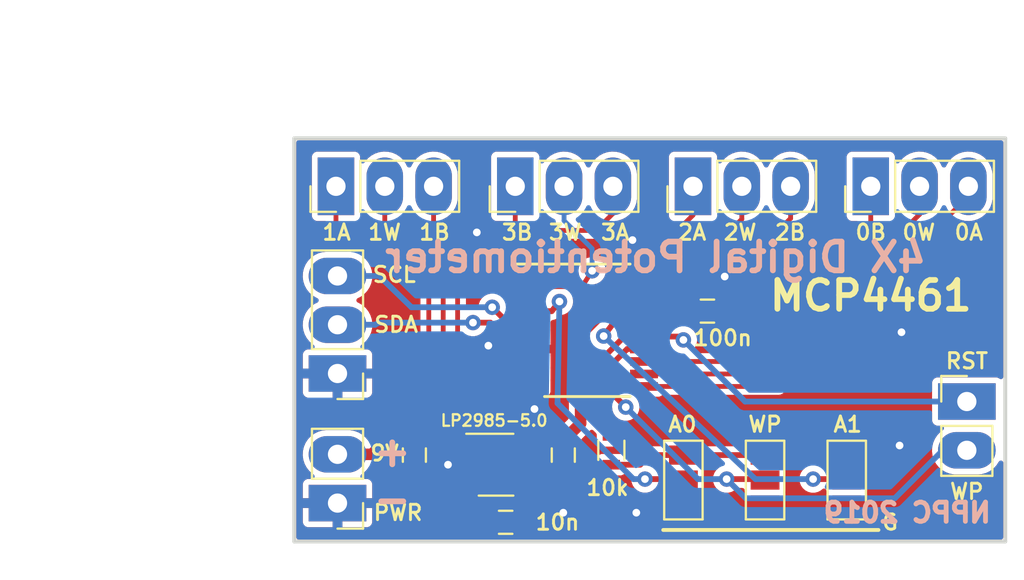
<source format=kicad_pcb>
(kicad_pcb (version 20221018) (generator pcbnew)
  (layers (0 "F.Cu" signal) (31 "B.Cu" signal) (34 "B.Paste" user) (35 "F.Paste" user) (36 "B.SilkS" user "B.Silkscreen") (37 "F.SilkS" user "F.Silkscreen") (38 "B.Mask" user) (39 "F.Mask" user) (44 "Edge.Cuts" user))
  (net 0 "")
  (net 1 "+9V")
  (net 2 "GND")
  (net 3 "Net-(C2-Pad1)")
  (net 4 "VCC")
  (net 5 "/SCL")
  (net 6 "/SDA")
  (net 7 "Net-(J2-Pad3)")
  (net 8 "Net-(J2-Pad2)")
  (net 9 "Net-(J2-Pad1)")
  (net 10 "Net-(J3-Pad3)")
  (net 11 "Net-(J3-Pad2)")
  (net 12 "Net-(J3-Pad1)")
  (net 13 "Net-(J4-Pad1)")
  (net 14 "Net-(J4-Pad2)")
  (net 15 "Net-(J4-Pad3)")
  (net 16 "Net-(J5-Pad1)")
  (net 17 "Net-(J5-Pad2)")
  (net 18 "Net-(J5-Pad3)")
  (net 19 "/WP")
  (net 20 "/RST")
  (net 21 "/A0")
  (net 22 "/A1")
  (footprint "Capacitors_SMD:C_0603" (layer "F.Cu") (at 129.25 54.5 -90)
    (fp_text reference "C1" hide)
    (fp_text value "2uf")
    (fp_line (start -0.35 -0.6) (end 0.35 -0.6) (stroke (width 0.12)) (layer "F.SilkS"))
    (fp_line (start 0.35 0.6) (end -0.35 0.6) (stroke (width 0.12)) (layer "F.SilkS"))
    (pad "1" smd rect (at -0.75 0 270) (size 0.8 0.75) (layers "F.Cu" "F.Paste" "F.Mask") (net 1 "+9V"))
    (pad "2" smd rect (at 0.75 0 270) (size 0.8 0.75) (layers "F.Cu" "F.Paste" "F.Mask") (net 2 "GND"))
  )
  (footprint "Capacitors_SMD:C_0603" (layer "F.Cu") (at 134 58 180)
    (fp_text reference "C2" hide)
    (fp_text value "10n" (at -2.7 0 180) (layer "F.SilkS") (effects (font (size 0.8 0.8))))
    (fp_line (start -0.35 -0.6) (end 0.35 -0.6) (stroke (width 0.12)) (layer "F.SilkS"))
    (fp_line (start 0.35 0.6) (end -0.35 0.6) (stroke (width 0.12)) (layer "F.SilkS"))
    (pad "1" smd rect (at -0.75 0 180) (size 0.8 0.75) (layers "F.Cu" "F.Paste" "F.Mask") (net 3 "Net-(C2-Pad1)"))
    (pad "2" smd rect (at 0.75 0 180) (size 0.8 0.75) (layers "F.Cu" "F.Paste" "F.Mask") (net 2 "GND"))
  )
  (footprint "KiCadCustomLibs:Conn_1x03_2.54mm" (layer "F.Cu") (at 125.25 50.25 180)
    (fp_text reference "J1" hide)
    (fp_text value "i2c" hide)
    (fp_line (start -1.33 -1.33) (end 0 -1.33) (stroke (width 0.12)) (layer "F.SilkS"))
    (fp_line (start -1.33 0) (end -1.33 -1.33) (stroke (width 0.12)) (layer "F.SilkS"))
    (fp_line (start -1.33 1.27) (end -1.33 6.41) (stroke (width 0.12)) (layer "F.SilkS"))
    (fp_line (start -1.33 1.27) (end 1.33 1.27) (stroke (width 0.12)) (layer "F.SilkS"))
    (fp_line (start -1.33 6.41) (end 1.33 6.41) (stroke (width 0.12)) (layer "F.SilkS"))
    (fp_line (start 1.33 1.27) (end 1.33 6.41) (stroke (width 0.12)) (layer "F.SilkS"))
    (pad "1" thru_hole rect (at 0 0 180) (size 3 1.9) (drill 1) (layers "*.Cu" "*.Mask") (net 2 "GND"))
    (pad "2" thru_hole oval (at 0 2.54 180) (size 3 1.9) (drill 1) (layers "*.Cu" "*.Mask") (net 6 "/SDA"))
    (pad "3" thru_hole oval (at 0 5.08 180) (size 3 1.9) (drill 1) (layers "*.Cu" "*.Mask") (net 5 "/SCL"))
  )
  (footprint "KiCadCustomLibs:Conn_1x02_2.54mm" (layer "F.Cu") (at 158 51.71)
    (fp_text reference "J6" hide)
    (fp_text value "Conn_01x02" hide)
    (fp_line (start -1.33 -1.33) (end 0 -1.33) (stroke (width 0.12)) (layer "F.SilkS"))
    (fp_line (start -1.33 0) (end -1.33 -1.33) (stroke (width 0.12)) (layer "F.SilkS"))
    (fp_line (start -1.33 1.27) (end -1.33 3.87) (stroke (width 0.12)) (layer "F.SilkS"))
    (fp_line (start -1.33 1.27) (end 1.33 1.27) (stroke (width 0.12)) (layer "F.SilkS"))
    (fp_line (start -1.33 3.87) (end 1.33 3.87) (stroke (width 0.12)) (layer "F.SilkS"))
    (fp_line (start 1.33 1.27) (end 1.33 3.87) (stroke (width 0.12)) (layer "F.SilkS"))
    (pad "1" thru_hole rect (at 0 0) (size 3 1.9) (drill 1) (layers "*.Cu" "*.Mask") (net 20 "/RST"))
    (pad "2" thru_hole oval (at 0 2.54) (size 3 1.9) (drill 1) (layers "*.Cu" "*.Mask") (net 19 "/WP"))
  )
  (footprint "KiCadCustomLibs:Conn_1x02_2.54mm" (layer "F.Cu") (at 125.25 57 180)
    (fp_text reference "J7" hide)
    (fp_text value "PWR" hide)
    (fp_line (start -1.33 -1.33) (end 0 -1.33) (stroke (width 0.12)) (layer "F.SilkS"))
    (fp_line (start -1.33 0) (end -1.33 -1.33) (stroke (width 0.12)) (layer "F.SilkS"))
    (fp_line (start -1.33 1.27) (end -1.33 3.87) (stroke (width 0.12)) (layer "F.SilkS"))
    (fp_line (start -1.33 1.27) (end 1.33 1.27) (stroke (width 0.12)) (layer "F.SilkS"))
    (fp_line (start -1.33 3.87) (end 1.33 3.87) (stroke (width 0.12)) (layer "F.SilkS"))
    (fp_line (start 1.33 1.27) (end 1.33 3.87) (stroke (width 0.12)) (layer "F.SilkS"))
    (pad "1" thru_hole rect (at 0 0 180) (size 3 1.9) (drill 1) (layers "*.Cu" "*.Mask") (net 2 "GND"))
    (pad "2" thru_hole oval (at 0 2.54 180) (size 3 1.9) (drill 1) (layers "*.Cu" "*.Mask") (net 1 "+9V"))
  )
  (footprint "TO_SOT_Packages_SMD:SOT-23-5" (layer "F.Cu") (at 133.5 55)
    (fp_text reference "U1" hide)
    (fp_text value "LP2985-5.0" (at -0.1 -2.3) (layer "F.SilkS") (effects (font (size 0.6 0.6) (thickness 0.12))))
    (fp_line (start -0.9 1.61) (end 0.9 1.61) (stroke (width 0.12)) (layer "F.SilkS"))
    (fp_line (start 0.9 -1.61) (end -1.55 -1.61) (stroke (width 0.12)) (layer "F.SilkS"))
    (pad "1" smd rect (at -1.1 -0.95) (size 1.06 0.65) (layers "F.Cu" "F.Paste" "F.Mask") (net 1 "+9V"))
    (pad "2" smd rect (at -1.1 0) (size 1.06 0.65) (layers "F.Cu" "F.Paste" "F.Mask") (net 2 "GND"))
    (pad "3" smd rect (at -1.1 0.95) (size 1.06 0.65) (layers "F.Cu" "F.Paste" "F.Mask") (net 1 "+9V"))
    (pad "4" smd rect (at 1.1 0.95) (size 1.06 0.65) (layers "F.Cu" "F.Paste" "F.Mask") (net 3 "Net-(C2-Pad1)"))
    (pad "5" smd rect (at 1.1 -0.95) (size 1.06 0.65) (layers "F.Cu" "F.Paste" "F.Mask") (net 4 "VCC"))
  )
  (footprint "Housings_SSOP:TSSOP-20_4.4x6.5mm_Pitch0.65mm" (layer "F.Cu") (at 138.25 48)
    (fp_text reference "U2" hide)
    (fp_text value "IC20")
    (fp_line (start -3.75 -3.45) (end 2.225 -3.45) (stroke (width 0.15)) (layer "F.SilkS"))
    (fp_line (start -2.225 3.45) (end 2.225 3.45) (stroke (width 0.15)) (layer "F.SilkS"))
    (pad "1" smd rect (at -2.95 -2.925) (size 1.45 0.45) (layers "F.Cu" "F.Paste" "F.Mask") (net 7 "Net-(J2-Pad3)"))
    (pad "2" smd rect (at -2.95 -2.275) (size 1.45 0.45) (layers "F.Cu" "F.Paste" "F.Mask") (net 8 "Net-(J2-Pad2)"))
    (pad "3" smd rect (at -2.95 -1.625) (size 1.45 0.45) (layers "F.Cu" "F.Paste" "F.Mask") (net 9 "Net-(J2-Pad1)"))
    (pad "4" smd rect (at -2.95 -0.975) (size 1.45 0.45) (layers "F.Cu" "F.Paste" "F.Mask") (net 21 "/A0"))
    (pad "5" smd rect (at -2.95 -0.325) (size 1.45 0.45) (layers "F.Cu" "F.Paste" "F.Mask") (net 5 "/SCL"))
    (pad "6" smd rect (at -2.95 0.325) (size 1.45 0.45) (layers "F.Cu" "F.Paste" "F.Mask") (net 6 "/SDA"))
    (pad "7" smd rect (at -2.95 0.975) (size 1.45 0.45) (layers "F.Cu" "F.Paste" "F.Mask") (net 2 "GND"))
    (pad "8" smd rect (at -2.95 1.625) (size 1.45 0.45) (layers "F.Cu" "F.Paste" "F.Mask") (net 10 "Net-(J3-Pad3)"))
    (pad "9" smd rect (at -2.95 2.275) (size 1.45 0.45) (layers "F.Cu" "F.Paste" "F.Mask") (net 11 "Net-(J3-Pad2)"))
    (pad "10" smd rect (at -2.95 2.925) (size 1.45 0.45) (layers "F.Cu" "F.Paste" "F.Mask") (net 12 "Net-(J3-Pad1)"))
    (pad "11" smd rect (at 2.95 2.925) (size 1.45 0.45) (layers "F.Cu" "F.Paste" "F.Mask") (net 18 "Net-(J5-Pad3)"))
    (pad "12" smd rect (at 2.95 2.275) (size 1.45 0.45) (layers "F.Cu" "F.Paste" "F.Mask") (net 17 "Net-(J5-Pad2)"))
    (pad "13" smd rect (at 2.95 1.625) (size 1.45 0.45) (layers "F.Cu" "F.Paste" "F.Mask") (net 16 "Net-(J5-Pad1)"))
    (pad "14" smd rect (at 2.95 0.975) (size 1.45 0.45) (layers "F.Cu" "F.Paste" "F.Mask") (net 19 "/WP"))
    (pad "15" smd rect (at 2.95 0.325) (size 1.45 0.45) (layers "F.Cu" "F.Paste" "F.Mask") (net 20 "/RST"))
    (pad "16" smd rect (at 2.95 -0.325) (size 1.45 0.45) (layers "F.Cu" "F.Paste" "F.Mask") (net 22 "/A1"))
    (pad "17" smd rect (at 2.95 -0.975) (size 1.45 0.45) (layers "F.Cu" "F.Paste" "F.Mask") (net 4 "VCC"))
    (pad "18" smd rect (at 2.95 -1.625) (size 1.45 0.45) (layers "F.Cu" "F.Paste" "F.Mask") (net 15 "Net-(J4-Pad3)"))
    (pad "19" smd rect (at 2.95 -2.275) (size 1.45 0.45) (layers "F.Cu" "F.Paste" "F.Mask") (net 14 "Net-(J4-Pad2)"))
    (pad "20" smd rect (at 2.95 -2.925) (size 1.45 0.45) (layers "F.Cu" "F.Paste" "F.Mask") (net 13 "Net-(J4-Pad1)"))
  )
  (footprint "Capacitors_SMD:C_0603" (layer "F.Cu") (at 137 54.5 -90)
    (fp_text reference "C3" hide)
    (fp_text value "10uf")
    (fp_line (start -0.35 -0.6) (end 0.35 -0.6) (stroke (width 0.12)) (layer "F.SilkS"))
    (fp_line (start 0.35 0.6) (end -0.35 0.6) (stroke (width 0.12)) (layer "F.SilkS"))
    (pad "1" smd rect (at -0.75 0 270) (size 0.8 0.75) (layers "F.Cu" "F.Paste" "F.Mask") (net 4 "VCC"))
    (pad "2" smd rect (at 0.75 0 270) (size 0.8 0.75) (layers "F.Cu" "F.Paste" "F.Mask") (net 2 "GND"))
  )
  (footprint "KiCadCustomLibs:Conn_1x03_2.54mm" (layer "F.Cu") (at 125.17 40.5 90)
    (fp_text reference "J3" hide)
    (fp_text value "1" hide)
    (fp_line (start -1.33 -1.33) (end 0 -1.33) (stroke (width 0.12)) (layer "F.SilkS"))
    (fp_line (start -1.33 0) (end -1.33 -1.33) (stroke (width 0.12)) (layer "F.SilkS"))
    (fp_line (start -1.33 1.27) (end -1.33 6.41) (stroke (width 0.12)) (layer "F.SilkS"))
    (fp_line (start -1.33 1.27) (end 1.33 1.27) (stroke (width 0.12)) (layer "F.SilkS"))
    (fp_line (start -1.33 6.41) (end 1.33 6.41) (stroke (width 0.12)) (layer "F.SilkS"))
    (fp_line (start 1.33 1.27) (end 1.33 6.41) (stroke (width 0.12)) (layer "F.SilkS"))
    (pad "1" thru_hole rect (at 0 0 90) (size 3 1.9) (drill 1) (layers "*.Cu" "*.Mask") (net 12 "Net-(J3-Pad1)"))
    (pad "2" thru_hole oval (at 0 2.54 90) (size 3 1.9) (drill 1) (layers "*.Cu" "*.Mask") (net 11 "Net-(J3-Pad2)"))
    (pad "3" thru_hole oval (at 0 5.08 90) (size 3 1.9) (drill 1) (layers "*.Cu" "*.Mask") (net 10 "Net-(J3-Pad3)"))
  )
  (footprint "KiCadCustomLibs:Conn_1x03_2.54mm" (layer "F.Cu") (at 134.5 40.5 90)
    (fp_text reference "J2" hide)
    (fp_text value "3" hide)
    (fp_line (start -1.33 -1.33) (end 0 -1.33) (stroke (width 0.12)) (layer "F.SilkS"))
    (fp_line (start -1.33 0) (end -1.33 -1.33) (stroke (width 0.12)) (layer "F.SilkS"))
    (fp_line (start -1.33 1.27) (end -1.33 6.41) (stroke (width 0.12)) (layer "F.SilkS"))
    (fp_line (start -1.33 1.27) (end 1.33 1.27) (stroke (width 0.12)) (layer "F.SilkS"))
    (fp_line (start -1.33 6.41) (end 1.33 6.41) (stroke (width 0.12)) (layer "F.SilkS"))
    (fp_line (start 1.33 1.27) (end 1.33 6.41) (stroke (width 0.12)) (layer "F.SilkS"))
    (pad "1" thru_hole rect (at 0 0 90) (size 3 1.9) (drill 1) (layers "*.Cu" "*.Mask") (net 9 "Net-(J2-Pad1)"))
    (pad "2" thru_hole oval (at 0 2.54 90) (size 3 1.9) (drill 1) (layers "*.Cu" "*.Mask") (net 8 "Net-(J2-Pad2)"))
    (pad "3" thru_hole oval (at 0 5.08 90) (size 3 1.9) (drill 1) (layers "*.Cu" "*.Mask") (net 7 "Net-(J2-Pad3)"))
  )
  (footprint "KiCadCustomLibs:Conn_1x03_2.54mm" (layer "F.Cu") (at 153 40.5 90)
    (fp_text reference "J5" hide)
    (fp_text value "0" hide)
    (fp_line (start -1.33 -1.33) (end 0 -1.33) (stroke (width 0.12)) (layer "F.SilkS"))
    (fp_line (start -1.33 0) (end -1.33 -1.33) (stroke (width 0.12)) (layer "F.SilkS"))
    (fp_line (start -1.33 1.27) (end -1.33 6.41) (stroke (width 0.12)) (layer "F.SilkS"))
    (fp_line (start -1.33 1.27) (end 1.33 1.27) (stroke (width 0.12)) (layer "F.SilkS"))
    (fp_line (start -1.33 6.41) (end 1.33 6.41) (stroke (width 0.12)) (layer "F.SilkS"))
    (fp_line (start 1.33 1.27) (end 1.33 6.41) (stroke (width 0.12)) (layer "F.SilkS"))
    (pad "1" thru_hole rect (at 0 0 90) (size 3 1.9) (drill 1) (layers "*.Cu" "*.Mask") (net 16 "Net-(J5-Pad1)"))
    (pad "2" thru_hole oval (at 0 2.54 90) (size 3 1.9) (drill 1) (layers "*.Cu" "*.Mask") (net 17 "Net-(J5-Pad2)"))
    (pad "3" thru_hole oval (at 0 5.08 90) (size 3 1.9) (drill 1) (layers "*.Cu" "*.Mask") (net 18 "Net-(J5-Pad3)"))
  )
  (footprint "KiCadCustomLibs:Conn_1x03_2.54mm" (layer "F.Cu") (at 143.75 40.5 90)
    (fp_text reference "J4" hide)
    (fp_text value "2" hide)
    (fp_line (start -1.33 -1.33) (end 0 -1.33) (stroke (width 0.12)) (layer "F.SilkS"))
    (fp_line (start -1.33 0) (end -1.33 -1.33) (stroke (width 0.12)) (layer "F.SilkS"))
    (fp_line (start -1.33 1.27) (end -1.33 6.41) (stroke (width 0.12)) (layer "F.SilkS"))
    (fp_line (start -1.33 1.27) (end 1.33 1.27) (stroke (width 0.12)) (layer "F.SilkS"))
    (fp_line (start -1.33 6.41) (end 1.33 6.41) (stroke (width 0.12)) (layer "F.SilkS"))
    (fp_line (start 1.33 1.27) (end 1.33 6.41) (stroke (width 0.12)) (layer "F.SilkS"))
    (pad "1" thru_hole rect (at 0 0 90) (size 3 1.9) (drill 1) (layers "*.Cu" "*.Mask") (net 13 "Net-(J4-Pad1)"))
    (pad "2" thru_hole oval (at 0 2.54 90) (size 3 1.9) (drill 1) (layers "*.Cu" "*.Mask") (net 14 "Net-(J4-Pad2)"))
    (pad "3" thru_hole oval (at 0 5.08 90) (size 3 1.9) (drill 1) (layers "*.Cu" "*.Mask") (net 15 "Net-(J4-Pad3)"))
  )
  (footprint "Resistors_SMD:R_0603" (layer "F.Cu") (at 139.5 54.25 90)
    (fp_text reference "R1" hide)
    (fp_text value "10k" (at -1.95 -0.2 180) (layer "F.SilkS") (effects (font (size 0.8 0.8))))
    (fp_line (start -0.5 -0.68) (end 0.5 -0.68) (stroke (width 0.12)) (layer "F.SilkS"))
    (fp_line (start 0.5 0.68) (end -0.5 0.68) (stroke (width 0.12)) (layer "F.SilkS"))
    (pad "1" smd rect (at -0.75 0 90) (size 0.5 0.9) (layers "F.Cu" "F.Paste" "F.Mask") (net 4 "VCC"))
    (pad "2" smd rect (at 0.75 0 90) (size 0.5 0.9) (layers "F.Cu" "F.Paste" "F.Mask") (net 20 "/RST"))
  )
  (footprint "Capacitors_SMD:C_0603" (layer "F.Cu") (at 144.5 47)
    (fp_text reference "C4" hide)
    (fp_text value "100n" (at 0.8 1.4) (layer "F.SilkS") (effects (font (size 0.8 0.8))))
    (fp_line (start -0.35 -0.6) (end 0.35 -0.6) (stroke (width 0.12)) (layer "F.SilkS"))
    (fp_line (start 0.35 0.6) (end -0.35 0.6) (stroke (width 0.12)) (layer "F.SilkS"))
    (pad "1" smd rect (at -0.75 0) (size 0.8 0.75) (layers "F.Cu" "F.Paste" "F.Mask") (net 4 "VCC"))
    (pad "2" smd rect (at 0.75 0) (size 0.8 0.75) (layers "F.Cu" "F.Paste" "F.Mask") (net 2 "GND"))
  )
  (footprint "Jumper:SolderJumper-3_P1.3mm_Open_Pad1.0x1.5mm_NumberLabels" (layer "F.Cu") (at 151.75 55.8 -90)
    (fp_text reference "JP2" hide)
    (fp_text value "A1")
    (fp_line (start -2.05 -1) (end 2.05 -1) (stroke (width 0.12)) (layer "F.SilkS"))
    (fp_line (start -2.05 1) (end -2.05 -1) (stroke (width 0.12)) (layer "F.SilkS"))
    (fp_line (start 2.05 -1) (end 2.05 1) (stroke (width 0.12)) (layer "F.SilkS"))
    (fp_line (start 2.05 1) (end -2.05 1) (stroke (width 0.12)) (layer "F.SilkS"))
    (pad "1" smd rect (at -1.3 0 270) (size 1 1.5) (layers "F.Cu" "F.Mask") (net 4 "VCC"))
    (pad "2" smd rect (at 0 0 270) (size 1 1.5) (layers "F.Cu" "F.Mask") (net 22 "/A1"))
    (pad "3" smd rect (at 1.3 0 270) (size 1 1.5) (layers "F.Cu" "F.Mask") (net 2 "GND"))
  )
  (footprint "Jumper:SolderJumper-3_P1.3mm_Open_Pad1.0x1.5mm_NumberLabels" (layer "F.Cu") (at 143.25 55.8 -90)
    (fp_text reference "JP1" hide)
    (fp_text value "A0")
    (fp_line (start -2.05 -1) (end 2.05 -1) (stroke (width 0.12)) (layer "F.SilkS"))
    (fp_line (start -2.05 1) (end -2.05 -1) (stroke (width 0.12)) (layer "F.SilkS"))
    (fp_line (start 2.05 -1) (end 2.05 1) (stroke (width 0.12)) (layer "F.SilkS"))
    (fp_line (start 2.05 1) (end -2.05 1) (stroke (width 0.12)) (layer "F.SilkS"))
    (pad "1" smd rect (at -1.3 0 270) (size 1 1.5) (layers "F.Cu" "F.Mask") (net 4 "VCC"))
    (pad "2" smd rect (at 0 0 270) (size 1 1.5) (layers "F.Cu" "F.Mask") (net 21 "/A0"))
    (pad "3" smd rect (at 1.3 0 270) (size 1 1.5) (layers "F.Cu" "F.Mask") (net 2 "GND"))
  )
  (footprint "Jumper:SolderJumper-3_P1.3mm_Open_Pad1.0x1.5mm_NumberLabels" (layer "F.Cu") (at 147.5 55.8 -90)
    (fp_text reference "JP3" hide)
    (fp_text value "WP")
    (fp_line (start -2.05 -1) (end 2.05 -1) (stroke (width 0.12)) (layer "F.SilkS"))
    (fp_line (start -2.05 1) (end -2.05 -1) (stroke (width 0.12)) (layer "F.SilkS"))
    (fp_line (start 2.05 -1) (end 2.05 1) (stroke (width 0.12)) (layer "F.SilkS"))
    (fp_line (start 2.05 1) (end -2.05 1) (stroke (width 0.12)) (layer "F.SilkS"))
    (pad "1" smd rect (at -1.3 0 270) (size 1 1.5) (layers "F.Cu" "F.Mask") (net 4 "VCC"))
    (pad "2" smd rect (at 0 0 270) (size 1 1.5) (layers "F.Cu" "F.Mask") (net 19 "/WP"))
    (pad "3" smd rect (at 1.3 0 270) (size 1 1.5) (layers "F.Cu" "F.Mask") (net 2 "GND"))
  )
  (gr_line (start 142.2 58.4) (end 153.4 58.4) (stroke (width 0.2)) (layer "F.SilkS"))
  (gr_line (start 160 59) (end 160 38) (stroke (width 0.2)) (layer "Edge.Cuts"))
  (gr_line (start 123 59) (end 160 59) (stroke (width 0.2)) (layer "Edge.Cuts"))
  (gr_line (start 123 38) (end 160 38) (stroke (width 0.2)) (layer "Edge.Cuts"))
  (gr_line (start 123 59) (end 123 38) (stroke (width 0.2)) (layer "Edge.Cuts"))
  (gr_text "+" (at 128.1 54.3) (layer "B.SilkS") (effects (font (size 1.5 1.5) (thickness 0.3)) (justify mirror)))
  (gr_text "4X Digital Potentiometer" (at 141.8 44.2) (layer "B.SilkS") (effects (font (size 1.5 1.5) (thickness 0.3)) (justify mirror)))
  (gr_text "NPPC 2019" (at 154.9 57.5) (layer "B.SilkS") (effects (font (size 1 1) (thickness 0.25)) (justify mirror)))
  (gr_text "-" (at 128.1 56.8) (layer "B.SilkS") (effects (font (size 1.5 1.5) (thickness 0.3)) (justify mirror)))
  (gr_text "1W" (at 127.7 42.9) (layer "F.SilkS") (effects (font (size 0.8 0.8))))
  (gr_text "1B" (at 130.3 42.9) (layer "F.SilkS") (effects (font (size 0.8 0.8))))
  (gr_text "3W" (at 137.1 42.9) (layer "F.SilkS") (effects (font (size 0.8 0.8))))
  (gr_text "3B" (at 134.6 42.9) (layer "F.SilkS") (effects (font (size 0.8 0.8))))
  (gr_text "3A" (at 139.7 42.9) (layer "F.SilkS") (effects (font (size 0.8 0.8))))
  (gr_text "2A" (at 143.7 42.9) (layer "F.SilkS") (effects (font (size 0.8 0.8))))
  (gr_text "2W" (at 146.2 42.9) (layer "F.SilkS") (effects (font (size 0.8 0.8))))
  (gr_text "2B" (at 148.8 42.9) (layer "F.SilkS") (effects (font (size 0.8 0.8))))
  (gr_text "0A" (at 158.1 42.9) (layer "F.SilkS") (effects (font (size 0.8 0.8))))
  (gr_text "0B" (at 153 42.9) (layer "F.SilkS") (effects (font (size 0.8 0.8))))
  (gr_text "0W" (at 155.5 42.9) (layer "F.SilkS") (effects (font (size 0.8 0.8))))
  (gr_text "A0" (at 143.2 52.9) (layer "F.SilkS") (effects (font (size 0.8 0.8))))
  (gr_text "WP" (at 147.5 52.9) (layer "F.SilkS") (effects (font (size 0.8 0.8))))
  (gr_text "A1" (at 151.8 52.9) (layer "F.SilkS") (effects (font (size 0.8 0.8))))
  (gr_text "G" (at 154 58) (layer "F.SilkS") (effects (font (size 0.8 0.8))))
  (gr_text "WP" (at 158 56.4) (layer "F.SilkS") (effects (font (size 0.8 0.8))))
  (gr_text "RST" (at 158 49.6) (layer "F.SilkS") (effects (font (size 0.8 0.8))))
  (gr_text "SCL" (at 128.2 45.1) (layer "F.SilkS") (effects (font (size 0.8 0.8))))
  (gr_text "SDA" (at 128.3 47.7) (layer "F.SilkS") (effects (font (size 0.8 0.8))))
  (gr_text "9V" (at 127.7 54.4) (layer "F.SilkS") (effects (font (size 0.8 0.8))))
  (gr_text "PWR" (at 128.4 57.5) (layer "F.SilkS") (effects (font (size 0.8 0.8))))
  (gr_text "1A" (at 125.2 42.9) (layer "F.SilkS") (effects (font (size 0.8 0.8))))
  (gr_text "MCP4461" (at 153 46.2) (layer "F.SilkS") (effects (font (size 1.5 1.5) (thickness 0.3))))
  (segment (start 130.7 55.95) (end 130.25 55.5) (width 0.3) (layer "F.Cu") (net 1))
  (segment (start 125.25 54.46) (end 127.04 54.46) (width 0.6) (layer "F.Cu") (net 1))
  (segment (start 129.25 53.75) (end 130.25 53.75) (width 0.6) (layer "F.Cu") (net 1))
  (segment (start 130.25 53.75) (end 130.75 53.75) (width 0.6) (layer "F.Cu") (net 1))
  (segment (start 130.25 55.5) (end 130.25 53.75) (width 0.3) (layer "F.Cu") (net 1))
  (segment (start 127.04 54.46) (end 127.75 53.75) (width 0.6) (layer "F.Cu") (net 1))
  (segment (start 130.75 53.75) (end 131.05 54.05) (width 0.6) (layer "F.Cu") (net 1))
  (segment (start 127.75 53.75) (end 129.25 53.75) (width 0.6) (layer "F.Cu") (net 1))
  (segment (start 131.05 54.05) (end 132.4 54.05) (width 0.6) (layer "F.Cu") (net 1))
  (segment (start 132.4 55.95) (end 130.7 55.95) (width 0.3) (layer "F.Cu") (net 1))
  (segment (start 153.8 57.1) (end 154.5 56.4) (width 0.25) (layer "F.Cu") (net 2))
  (segment (start 145.25 45.35) (end 145.4 45.2) (width 0.25) (layer "F.Cu") (net 2))
  (segment (start 133.275 48.975) (end 133.1 48.8) (width 0.3) (layer "F.Cu") (net 2))
  (segment (start 135.3 48.975) (end 133.275 48.975) (width 0.3) (layer "F.Cu") (net 2))
  (segment (start 154.6 48.1) (end 154.5 48.2) (width 0.25) (layer "F.Cu") (net 2))
  (segment (start 127.45 50.25) (end 129.3 52.1) (width 0.25) (layer "F.Cu") (net 2))
  (segment (start 154.5 48.2) (end 154.5 54) (width 0.25) (layer "F.Cu") (net 2))
  (segment (start 145.25 47) (end 145.25 45.35) (width 0.25) (layer "F.Cu") (net 2))
  (segment (start 125.25 50.25) (end 127.45 50.25) (width 0.25) (layer "F.Cu") (net 2))
  (segment (start 154.5 56.4) (end 154.5 54) (width 0.25) (layer "F.Cu") (net 2))
  (segment (start 137 55.25) (end 137 57.5) (width 0.25) (layer "F.Cu") (net 2))
  (segment (start 132.4 55) (end 131 55) (width 0.3) (layer "F.Cu") (net 2))
  (segment (start 151.75 57.1) (end 153.8 57.1) (width 0.25) (layer "F.Cu") (net 2))
  (segment (start 129.3 52.1) (end 135.5 52.1) (width 0.25) (layer "F.Cu") (net 2))
  (via (at 132.5 42.9) (size 0.8) (drill 0.4) (layers "F.Cu" "B.Cu") (net 2))
  (via (at 135.5 52.1) (size 0.8) (drill 0.4) (layers "F.Cu" "B.Cu") (net 2))
  (via (at 133.1 48.8) (size 0.8) (drill 0.4) (layers "F.Cu" "B.Cu") (net 2))
  (via (at 137 57.5) (size 0.8) (drill 0.4) (layers "F.Cu" "B.Cu") (net 2))
  (via (at 140.8 57.5) (size 0.8) (drill 0.4) (layers "F.Cu" "B.Cu") (net 2))
  (via (at 154.6 48.1) (size 0.8) (drill 0.4) (layers "F.Cu" "B.Cu") (net 2))
  (via (at 131 55) (size 0.8) (drill 0.4) (layers "F.Cu" "B.Cu") (net 2))
  (via (at 154.5 54) (size 0.8) (drill 0.4) (layers "F.Cu" "B.Cu") (net 2))
  (via (at 140.6 43.3) (size 0.8) (drill 0.4) (layers "F.Cu" "B.Cu") (net 2))
  (via (at 145.4 45.2) (size 0.8) (drill 0.4) (layers "F.Cu" "B.Cu") (net 2))
  (segment (start 133.1 48.8) (end 133.9 48.8) (width 0.25) (layer "B.Cu") (net 2))
  (segment (start 134.9 47.8) (end 134.9 45.3) (width 0.25) (layer "B.Cu") (net 2))
  (segment (start 145.4 45.2) (end 143.5 43.3) (width 0.25) (layer "B.Cu") (net 2))
  (segment (start 143.5 43.3) (end 140.6 43.3) (width 0.25) (layer "B.Cu") (net 2))
  (segment (start 137 57.5) (end 140.8 57.5) (width 0.25) (layer "B.Cu") (net 2))
  (segment (start 151.7 45.2) (end 154.6 48.1) (width 0.25) (layer "B.Cu") (net 2))
  (segment (start 134.9 45.3) (end 132.5 42.9) (width 0.25) (layer "B.Cu") (net 2))
  (segment (start 145.4 45.2) (end 151.7 45.2) (width 0.25) (layer "B.Cu") (net 2))
  (segment (start 133.9 48.8) (end 134.9 47.8) (width 0.25) (layer "B.Cu") (net 2))
  (segment (start 134.6 55.95) (end 134.6 57.1) (width 0.25) (layer "F.Cu") (net 3))
  (segment (start 134.6 57.1) (end 134.75 57.25) (width 0.25) (layer "F.Cu") (net 3))
  (segment (start 134.75 57.25) (end 134.75 58.25) (width 0.25) (layer "F.Cu") (net 3))
  (segment (start 139.5 55) (end 141 55) (width 0.3) (layer "F.Cu") (net 4))
  (segment (start 143.25 54.5) (end 147.5 54.5) (width 0.3) (layer "F.Cu") (net 4))
  (segment (start 137.25 53.75) (end 138.5 55) (width 0.3) (layer "F.Cu") (net 4))
  (segment (start 138.5 55) (end 139.5 55) (width 0.3) (layer "F.Cu") (net 4))
  (segment (start 136 53.75) (end 137 53.75) (width 0.6) (layer "F.Cu") (net 4))
  (segment (start 137.9 48.2) (end 139.1 47) (width 0.6) (layer "F.Cu") (net 4))
  (segment (start 139.5 47) (end 141.175 47) (width 0.3) (layer "F.Cu") (net 4))
  (segment (start 141.2 47.025) (end 143.725 47.025) (width 0.3) (layer "F.Cu") (net 4))
  (segment (start 141.5 54.5) (end 143.25 54.5) (width 0.3) (layer "F.Cu") (net 4))
  (segment (start 137 53.75) (end 137.25 53.75) (width 0.3) (layer "F.Cu") (net 4))
  (segment (start 147.5 54.5) (end 151.75 54.5) (width 0.3) (layer "F.Cu") (net 4))
  (segment (start 137 53.75) (end 137.9 52.85) (width 0.6) (layer "F.Cu") (net 4))
  (segment (start 135.7 54.05) (end 136 53.75) (width 0.6) (layer "F.Cu") (net 4))
  (segment (start 143.725 47.025) (end 143.75 47) (width 0.3) (layer "F.Cu") (net 4))
  (segment (start 141 55) (end 141.5 54.5) (width 0.3) (layer "F.Cu") (net 4))
  (segment (start 137.9 52.85) (end 137.9 48.2) (width 0.6) (layer "F.Cu") (net 4))
  (segment (start 134.6 54.05) (end 135.7 54.05) (width 0.6) (layer "F.Cu") (net 4))
  (segment (start 141.175 47) (end 141.2 47.025) (width 0.3) (layer "F.Cu") (net 4))
  (segment (start 139.1 47) (end 139.5 47) (width 0.6) (layer "F.Cu") (net 4))
  (segment (start 134.175 47.675) (end 133.3 46.8) (width 0.3) (layer "F.Cu") (net 5))
  (segment (start 135.3 47.675) (end 134.175 47.675) (width 0.3) (layer "F.Cu") (net 5))
  (via (at 133.3 46.8) (size 0.8) (drill 0.4) (layers "F.Cu" "B.Cu") (net 5))
  (segment (start 129.1 46.8) (end 127.42 45.17) (width 0.3) (layer "B.Cu") (net 5))
  (segment (start 133.3 46.8) (end 129.1 46.8) (width 0.3) (layer "B.Cu") (net 5))
  (segment (start 127.42 45.17) (end 125.25 45.17) (width 0.3) (layer "B.Cu") (net 5))
  (segment (start 135.3 48.325) (end 133.925 48.325) (width 0.3) (layer "F.Cu") (net 6))
  (segment (start 133.925 48.325) (end 133.2 47.6) (width 0.3) (layer "F.Cu") (net 6))
  (segment (start 133.2 47.6) (end 132.3 47.6) (width 0.3) (layer "F.Cu") (net 6))
  (via (at 132.3 47.6) (size 0.8) (drill 0.4) (layers "F.Cu" "B.Cu") (net 6))
  (segment (start 127.21 47.71) (end 125.25 47.71) (width 0.3) (layer "B.Cu") (net 6))
  (segment (start 132.3 47.6) (end 127.4 47.6) (width 0.3) (layer "B.Cu") (net 6))
  (segment (start 127.4 47.6) (end 127.21 47.71) (width 0.3) (layer "B.Cu") (net 6))
  (segment (start 135.3 45.075) (end 135.3 44.2) (width 0.25) (layer "F.Cu") (net 7))
  (segment (start 136.7 42.8) (end 138.7 42.8) (width 0.25) (layer "F.Cu") (net 7))
  (segment (start 138.7 42.8) (end 139.58 41.92) (width 0.25) (layer "F.Cu") (net 7))
  (segment (start 135.3 44.2) (end 136.7 42.8) (width 0.25) (layer "F.Cu") (net 7))
  (segment (start 139.58 41.92) (end 139.58 40.5) (width 0.25) (layer "F.Cu") (net 7))
  (segment (start 138.5 44.9) (end 137.975 45.725) (width 0.25) (layer "F.Cu") (net 8))
  (segment (start 137.975 45.725) (end 135.3 45.725) (width 0.25) (layer "F.Cu") (net 8))
  (via (at 138.5 44.9) (size 0.8) (drill 0.4) (layers "F.Cu" "B.Cu") (net 8))
  (segment (start 138.5 44.9) (end 138.5 43.75) (width 0.25) (layer "B.Cu") (net 8))
  (segment (start 138.5 43.75) (end 137.04 42.29) (width 0.25) (layer "B.Cu") (net 8))
  (segment (start 137.04 42.29) (end 137.04 40.5) (width 0.25) (layer "B.Cu") (net 8))
  (segment (start 134.5 43.6) (end 134.5 40.5) (width 0.25) (layer "F.Cu") (net 9))
  (segment (start 133.75 46) (end 133.75 44.35) (width 0.25) (layer "F.Cu") (net 9))
  (segment (start 133.75 44.35) (end 134.5 43.6) (width 0.25) (layer "F.Cu") (net 9))
  (segment (start 135.3 46.375) (end 134.125 46.375) (width 0.25) (layer "F.Cu") (net 9))
  (segment (start 134.125 46.375) (end 133.75 46) (width 0.25) (layer "F.Cu") (net 9))
  (segment (start 131.925 49.625) (end 131.5 49.2) (width 0.25) (layer "F.Cu") (net 10))
  (segment (start 130.25 42.75) (end 130.25 40.5) (width 0.25) (layer "F.Cu") (net 10))
  (segment (start 131.5 49.2) (end 131.5 44) (width 0.25) (layer "F.Cu") (net 10))
  (segment (start 135.3 49.625) (end 131.925 49.625) (width 0.25) (layer "F.Cu") (net 10))
  (segment (start 131.5 44) (end 130.25 42.75) (width 0.25) (layer "F.Cu") (net 10))
  (segment (start 127.71 42.46) (end 127.71 40.5) (width 0.25) (layer "F.Cu") (net 11))
  (segment (start 135.3 50.275) (end 131.475 50.275) (width 0.25) (layer "F.Cu") (net 11))
  (segment (start 128.25 43) (end 127.71 42.46) (width 0.25) (layer "F.Cu") (net 11))
  (segment (start 131.475 50.275) (end 130.75 49.55) (width 0.25) (layer "F.Cu") (net 11))
  (segment (start 130.75 44.25) (end 129.5 43) (width 0.25) (layer "F.Cu") (net 11))
  (segment (start 129.5 43) (end 128.25 43) (width 0.25) (layer "F.Cu") (net 11))
  (segment (start 130.75 49.55) (end 130.75 44.25) (width 0.25) (layer "F.Cu") (net 11))
  (segment (start 125.17 42.42) (end 125.17 40.5) (width 0.25) (layer "F.Cu") (net 12))
  (segment (start 130 44.5) (end 129 43.5) (width 0.25) (layer "F.Cu") (net 12))
  (segment (start 131.225 50.925) (end 130 49.7) (width 0.25) (layer "F.Cu") (net 12))
  (segment (start 126.25 43.5) (end 125.17 42.42) (width 0.25) (layer "F.Cu") (net 12))
  (segment (start 129 43.5) (end 126.25 43.5) (width 0.25) (layer "F.Cu") (net 12))
  (segment (start 135.3 50.925) (end 131.225 50.925) (width 0.25) (layer "F.Cu") (net 12))
  (segment (start 130 49.7) (end 130 44.5) (width 0.25) (layer "F.Cu") (net 12))
  (segment (start 141.2 45.075) (end 141.2 44.55) (width 0.25) (layer "F.Cu") (net 13))
  (segment (start 143.75 42) (end 143.75 40.5) (width 0.25) (layer "F.Cu") (net 13))
  (segment (start 141.2 44.55) (end 143.75 42) (width 0.25) (layer "F.Cu") (net 13))
  (segment (start 141.2 45.725) (end 142.275 45.725) (width 0.25) (layer "F.Cu") (net 14))
  (segment (start 144.5 42.75) (end 145.75 42.75) (width 0.25) (layer "F.Cu") (net 14))
  (segment (start 142.75 44.5) (end 144.5 42.75) (width 0.25) (layer "F.Cu") (net 14))
  (segment (start 146.29 42.21) (end 146.29 40.5) (width 0.25) (layer "F.Cu") (net 14))
  (segment (start 145.75 42.75) (end 146.29 42.21) (width 0.25) (layer "F.Cu") (net 14))
  (segment (start 142.75 45.25) (end 142.75 44.5) (width 0.25) (layer "F.Cu") (net 14))
  (segment (start 142.275 45.725) (end 142.75 45.25) (width 0.25) (layer "F.Cu") (net 14))
  (segment (start 141.2 46.375) (end 142.625 46.375) (width 0.25) (layer "F.Cu") (net 15))
  (segment (start 143.5 45.5) (end 143.5 44.75) (width 0.25) (layer "F.Cu") (net 15))
  (segment (start 142.625 46.375) (end 143.5 45.5) (width 0.25) (layer "F.Cu") (net 15))
  (segment (start 143.5 44.75) (end 145 43.25) (width 0.25) (layer "F.Cu") (net 15))
  (segment (start 145 43.25) (end 147.75 43.25) (width 0.25) (layer "F.Cu") (net 15))
  (segment (start 147.75 43.25) (end 148.83 42.17) (width 0.25) (layer "F.Cu") (net 15))
  (segment (start 148.83 42.17) (end 148.83 40.5) (width 0.25) (layer "F.Cu") (net 15))
  (segment (start 153 42.5) (end 153 40.5) (width 0.25) (layer "F.Cu") (net 16))
  (segment (start 145.875 49.625) (end 153 42.5) (width 0.25) (layer "F.Cu") (net 16))
  (segment (start 141.2 49.625) (end 145.875 49.625) (width 0.25) (layer "F.Cu") (net 16))
  (segment (start 141.2 50.275) (end 147.225 50.275) (width 0.25) (layer "F.Cu") (net 17))
  (segment (start 155.54 41.96) (end 155.54 40.5) (width 0.25) (layer "F.Cu") (net 17))
  (segment (start 147.225 50.275) (end 155.54 41.96) (width 0.25) (layer "F.Cu") (net 17))
  (segment (start 158.08 41.02) (end 158.08 40.5) (width 0.25) (layer "F.Cu") (net 18))
  (segment (start 148.175 50.925) (end 158.08 41.02) (width 0.25) (layer "F.Cu") (net 18))
  (segment (start 141.2 50.925) (end 148.175 50.925) (width 0.25) (layer "F.Cu") (net 18))
  (segment (start 139.5 51.25) (end 140.25 52) (width 0.3) (layer "F.Cu") (net 19))
  (segment (start 147.45 55.75) (end 147.5 55.8) (width 0.3) (layer "F.Cu") (net 19))
  (segment (start 140.325 48.975) (end 139.5 49.8) (width 0.3) (layer "F.Cu") (net 19))
  (segment (start 141.2 48.975) (end 140.325 48.975) (width 0.3) (layer "F.Cu") (net 19))
  (segment (start 145.5 55.75) (end 147.45 55.75) (width 0.3) (layer "F.Cu") (net 19))
  (segment (start 139.5 49.8) (end 139.5 51.25) (width 0.3) (layer "F.Cu") (net 19))
  (via (at 145.5 55.75) (size 0.8) (drill 0.4) (layers "F.Cu" "B.Cu") (net 19))
  (via (at 140.25 52) (size 0.8) (drill 0.4) (layers "F.Cu" "B.Cu") (net 19))
  (segment (start 144 55.75) (end 145.5 55.75) (width 0.3) (layer "B.Cu") (net 19))
  (segment (start 156.75 54.25) (end 154.25 56.75) (width 0.3) (layer "B.Cu") (net 19))
  (segment (start 154.25 56.75) (end 146.5 56.75) (width 0.3) (layer "B.Cu") (net 19))
  (segment (start 140.25 52) (end 144 55.75) (width 0.3) (layer "B.Cu") (net 19))
  (segment (start 146.5 56.75) (end 145.5 55.75) (width 0.3) (layer "B.Cu") (net 19))
  (segment (start 158 54.25) (end 156.75 54.25) (width 0.3) (layer "B.Cu") (net 19))
  (segment (start 139.5 53.5) (end 138.75 52.75) (width 0.3) (layer "F.Cu") (net 20))
  (segment (start 138.75 49.75) (end 140.175 48.325) (width 0.3) (layer "F.Cu") (net 20))
  (segment (start 140.175 48.325) (end 141.2 48.325) (width 0.3) (layer "F.Cu") (net 20))
  (segment (start 143.075 48.325) (end 141.2 48.325) (width 0.3) (layer "F.Cu") (net 20))
  (segment (start 143.25 48.5) (end 143.075 48.325) (width 0.3) (layer "F.Cu") (net 20))
  (segment (start 138.75 52.75) (end 138.75 49.75) (width 0.3) (layer "F.Cu") (net 20))
  (via (at 143.25 48.5) (size 0.8) (drill 0.4) (layers "F.Cu" "B.Cu") (net 20))
  (segment (start 158 51.71) (end 146.46 51.71) (width 0.3) (layer "B.Cu") (net 20))
  (segment (start 146.46 51.71) (end 143.25 48.5) (width 0.3) (layer "B.Cu") (net 20))
  (segment (start 141.25 55.75) (end 143.2 55.75) (width 0.3) (layer "F.Cu") (net 21))
  (segment (start 143.2 55.75) (end 143.25 55.8) (width 0.3) (layer "F.Cu") (net 21))
  (segment (start 136.4 47) (end 135.3 47.025) (width 0.3) (layer "F.Cu") (net 21))
  (segment (start 136.8 46.5) (end 136.4 47) (width 0.3) (layer "F.Cu") (net 21))
  (via (at 141.25 55.75) (size 0.8) (drill 0.4) (layers "F.Cu" "B.Cu") (net 21))
  (via (at 136.8 46.5) (size 0.8) (drill 0.4) (layers "F.Cu" "B.Cu") (net 21))
  (segment (start 136.7 51.8) (end 140.65 55.75) (width 0.3) (layer "B.Cu") (net 21))
  (segment (start 140.65 55.75) (end 141.25 55.75) (width 0.3) (layer "B.Cu") (net 21))
  (segment (start 136.8 46.5) (end 136.7 51.8) (width 0.3) (layer "B.Cu") (net 21))
  (segment (start 150 55.75) (end 151.7 55.75) (width 0.3) (layer "F.Cu") (net 22))
  (segment (start 139.1 48.3) (end 139.575 47.675) (width 0.3) (layer "F.Cu") (net 22))
  (segment (start 139.575 47.675) (end 141.2 47.675) (width 0.3) (layer "F.Cu") (net 22))
  (segment (start 151.7 55.75) (end 151.75 55.8) (width 0.3) (layer "F.Cu") (net 22))
  (via (at 139.1 48.3) (size 0.8) (drill 0.4) (layers "F.Cu" "B.Cu") (net 22))
  (via (at 150 55.75) (size 0.8) (drill 0.4) (layers "F.Cu" "B.Cu") (net 22))
  (segment (start 139.1 48.3) (end 147 55.75) (width 0.3) (layer "B.Cu") (net 22))
  (segment (start 147 55.75) (end 150 55.75) (width 0.3) (layer "B.Cu") (net 22))
  (zone (net 2) (net_name "GND") (layer "F.Cu") (connect_pads (clearance 0.308)) (min_thickness 0.254) (fill yes (thermal_gap 0.308) (thermal_bridge_width 0.508))
    (polygon (pts (xy 161 38) (xy 161 60) (xy 123 60) (xy 123 38)))
  )
  (zone (net 2) (net_name "GND") (layer "B.Cu") (connect_pads (clearance 0.308)) (min_thickness 0.254) (fill yes (thermal_gap 0.308) (thermal_bridge_width 0.508))
    (polygon (pts (xy 123 38) (xy 160 38) (xy 160 61) (xy 123 61)))
  )
)
</source>
